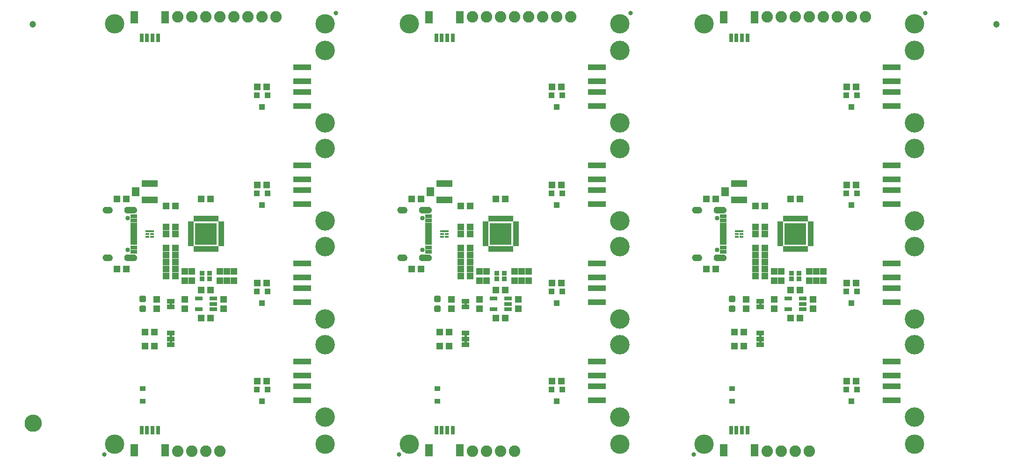
<source format=gts>
G04 EAGLE Gerber RS-274X export*
G75*
%MOMM*%
%FSLAX34Y34*%
%LPD*%
%INSoldermask Top*%
%IPPOS*%
%AMOC8*
5,1,8,0,0,1.08239X$1,22.5*%
G01*
%ADD10C,3.505200*%
%ADD11C,0.838200*%
%ADD12R,1.403200X2.203200*%
%ADD13R,0.803200X1.553200*%
%ADD14C,2.082800*%
%ADD15R,1.303200X1.203200*%
%ADD16R,1.203200X1.303200*%
%ADD17C,0.505344*%
%ADD18R,1.403200X0.753200*%
%ADD19R,1.203200X0.503200*%
%ADD20R,1.203200X0.803200*%
%ADD21C,0.853200*%
%ADD22R,0.813200X0.453200*%
%ADD23R,0.763200X0.453200*%
%ADD24R,1.473200X0.863600*%
%ADD25R,0.953200X0.903200*%
%ADD26R,1.103200X0.483200*%
%ADD27R,3.903200X3.903200*%
%ADD28R,0.483200X1.103200*%
%ADD29C,3.530600*%
%ADD30R,3.203200X1.103200*%
%ADD31R,3.003200X1.203200*%
%ADD32R,1.003200X1.103200*%
%ADD33R,1.473200X0.838200*%
%ADD34R,1.033200X0.833200*%
%ADD35C,1.203200*%
%ADD36C,1.270000*%
%ADD37C,1.703200*%

G36*
X1127104Y443554D02*
X1127104Y443554D01*
X1127107Y443551D01*
X1128229Y443706D01*
X1128234Y443711D01*
X1128238Y443708D01*
X1129309Y444079D01*
X1129313Y444085D01*
X1129318Y444083D01*
X1130295Y444656D01*
X1130298Y444662D01*
X1130303Y444661D01*
X1131150Y445414D01*
X1131152Y445421D01*
X1131157Y445421D01*
X1131841Y446324D01*
X1131841Y446331D01*
X1131846Y446332D01*
X1132341Y447351D01*
X1132339Y447358D01*
X1132344Y447360D01*
X1132631Y448457D01*
X1132629Y448461D01*
X1132631Y448462D01*
X1132629Y448464D01*
X1132632Y448466D01*
X1132699Y449597D01*
X1132697Y449601D01*
X1132699Y449603D01*
X1132632Y450734D01*
X1132627Y450739D01*
X1132631Y450743D01*
X1132344Y451840D01*
X1132338Y451844D01*
X1132341Y451849D01*
X1131846Y452868D01*
X1131840Y452871D01*
X1131841Y452876D01*
X1131157Y453779D01*
X1131150Y453781D01*
X1131150Y453786D01*
X1130303Y454539D01*
X1130296Y454539D01*
X1130295Y454544D01*
X1129318Y455117D01*
X1129311Y455116D01*
X1129309Y455121D01*
X1128238Y455492D01*
X1128232Y455489D01*
X1128229Y455494D01*
X1127107Y455649D01*
X1127102Y455646D01*
X1127100Y455649D01*
X1115100Y455649D01*
X1115095Y455646D01*
X1115092Y455649D01*
X1113825Y455444D01*
X1113819Y455438D01*
X1113815Y455441D01*
X1112625Y454959D01*
X1112621Y454952D01*
X1112615Y454954D01*
X1111562Y454220D01*
X1111560Y454212D01*
X1111554Y454213D01*
X1110691Y453263D01*
X1110690Y453254D01*
X1110685Y453254D01*
X1110055Y452135D01*
X1110056Y452127D01*
X1110050Y452125D01*
X1109685Y450895D01*
X1109688Y450887D01*
X1109683Y450884D01*
X1109601Y449603D01*
X1109604Y449599D01*
X1109601Y449597D01*
X1109683Y448316D01*
X1109689Y448310D01*
X1109685Y448305D01*
X1110050Y447075D01*
X1110057Y447070D01*
X1110055Y447065D01*
X1110685Y445946D01*
X1110692Y445943D01*
X1110691Y445937D01*
X1111554Y444987D01*
X1111562Y444986D01*
X1111562Y444980D01*
X1112615Y444246D01*
X1112623Y444246D01*
X1112625Y444241D01*
X1113815Y443759D01*
X1113822Y443761D01*
X1113825Y443756D01*
X1115092Y443551D01*
X1115097Y443554D01*
X1115100Y443551D01*
X1127100Y443551D01*
X1127104Y443554D01*
G37*
G36*
X593704Y443554D02*
X593704Y443554D01*
X593707Y443551D01*
X594829Y443706D01*
X594834Y443711D01*
X594838Y443708D01*
X595909Y444079D01*
X595913Y444085D01*
X595918Y444083D01*
X596895Y444656D01*
X596898Y444662D01*
X596903Y444661D01*
X597750Y445414D01*
X597752Y445421D01*
X597757Y445421D01*
X598441Y446324D01*
X598441Y446331D01*
X598446Y446332D01*
X598941Y447351D01*
X598939Y447358D01*
X598944Y447360D01*
X599231Y448457D01*
X599229Y448461D01*
X599231Y448462D01*
X599229Y448464D01*
X599232Y448466D01*
X599299Y449597D01*
X599297Y449601D01*
X599299Y449603D01*
X599232Y450734D01*
X599227Y450739D01*
X599231Y450743D01*
X598944Y451840D01*
X598938Y451844D01*
X598941Y451849D01*
X598446Y452868D01*
X598440Y452871D01*
X598441Y452876D01*
X597757Y453779D01*
X597750Y453781D01*
X597750Y453786D01*
X596903Y454539D01*
X596896Y454539D01*
X596895Y454544D01*
X595918Y455117D01*
X595911Y455116D01*
X595909Y455121D01*
X594838Y455492D01*
X594832Y455489D01*
X594829Y455494D01*
X593707Y455649D01*
X593702Y455646D01*
X593700Y455649D01*
X581700Y455649D01*
X581695Y455646D01*
X581692Y455649D01*
X580425Y455444D01*
X580419Y455438D01*
X580415Y455441D01*
X579225Y454959D01*
X579221Y454952D01*
X579215Y454954D01*
X578162Y454220D01*
X578160Y454212D01*
X578154Y454213D01*
X577291Y453263D01*
X577290Y453254D01*
X577285Y453254D01*
X576655Y452135D01*
X576656Y452127D01*
X576650Y452125D01*
X576285Y450895D01*
X576288Y450887D01*
X576283Y450884D01*
X576201Y449603D01*
X576204Y449599D01*
X576201Y449597D01*
X576283Y448316D01*
X576289Y448310D01*
X576285Y448305D01*
X576650Y447075D01*
X576657Y447070D01*
X576655Y447065D01*
X577285Y445946D01*
X577292Y445943D01*
X577291Y445937D01*
X578154Y444987D01*
X578162Y444986D01*
X578162Y444980D01*
X579215Y444246D01*
X579223Y444246D01*
X579225Y444241D01*
X580415Y443759D01*
X580422Y443761D01*
X580425Y443756D01*
X581692Y443551D01*
X581697Y443554D01*
X581700Y443551D01*
X593700Y443551D01*
X593704Y443554D01*
G37*
G36*
X60304Y443554D02*
X60304Y443554D01*
X60307Y443551D01*
X61429Y443706D01*
X61434Y443711D01*
X61438Y443708D01*
X62509Y444079D01*
X62513Y444085D01*
X62518Y444083D01*
X63495Y444656D01*
X63498Y444662D01*
X63503Y444661D01*
X64350Y445414D01*
X64352Y445421D01*
X64357Y445421D01*
X65041Y446324D01*
X65041Y446331D01*
X65046Y446332D01*
X65541Y447351D01*
X65539Y447358D01*
X65544Y447360D01*
X65831Y448457D01*
X65829Y448461D01*
X65831Y448462D01*
X65829Y448464D01*
X65832Y448466D01*
X65899Y449597D01*
X65897Y449601D01*
X65899Y449603D01*
X65832Y450734D01*
X65827Y450739D01*
X65831Y450743D01*
X65544Y451840D01*
X65538Y451844D01*
X65541Y451849D01*
X65046Y452868D01*
X65040Y452871D01*
X65041Y452876D01*
X64357Y453779D01*
X64350Y453781D01*
X64350Y453786D01*
X63503Y454539D01*
X63496Y454539D01*
X63495Y454544D01*
X62518Y455117D01*
X62511Y455116D01*
X62509Y455121D01*
X61438Y455492D01*
X61432Y455489D01*
X61429Y455494D01*
X60307Y455649D01*
X60302Y455646D01*
X60300Y455649D01*
X48300Y455649D01*
X48295Y455646D01*
X48292Y455649D01*
X47025Y455444D01*
X47019Y455438D01*
X47015Y455441D01*
X45825Y454959D01*
X45821Y454952D01*
X45815Y454954D01*
X44762Y454220D01*
X44760Y454212D01*
X44754Y454213D01*
X43891Y453263D01*
X43890Y453254D01*
X43885Y453254D01*
X43255Y452135D01*
X43256Y452127D01*
X43250Y452125D01*
X42885Y450895D01*
X42888Y450887D01*
X42883Y450884D01*
X42801Y449603D01*
X42804Y449599D01*
X42801Y449597D01*
X42883Y448316D01*
X42889Y448310D01*
X42885Y448305D01*
X43250Y447075D01*
X43257Y447070D01*
X43255Y447065D01*
X43885Y445946D01*
X43892Y445943D01*
X43891Y445937D01*
X44754Y444987D01*
X44762Y444986D01*
X44762Y444980D01*
X45815Y444246D01*
X45823Y444246D01*
X45825Y444241D01*
X47015Y443759D01*
X47022Y443761D01*
X47025Y443756D01*
X48292Y443551D01*
X48297Y443554D01*
X48300Y443551D01*
X60300Y443551D01*
X60304Y443554D01*
G37*
G36*
X593704Y357154D02*
X593704Y357154D01*
X593707Y357151D01*
X594829Y357306D01*
X594834Y357311D01*
X594838Y357308D01*
X595909Y357679D01*
X595913Y357685D01*
X595918Y357683D01*
X596895Y358256D01*
X596898Y358262D01*
X596903Y358261D01*
X597750Y359014D01*
X597752Y359021D01*
X597757Y359021D01*
X598441Y359924D01*
X598441Y359931D01*
X598446Y359932D01*
X598941Y360951D01*
X598939Y360958D01*
X598944Y360960D01*
X599231Y362057D01*
X599229Y362061D01*
X599231Y362062D01*
X599229Y362064D01*
X599232Y362066D01*
X599299Y363197D01*
X599297Y363201D01*
X599299Y363203D01*
X599232Y364334D01*
X599227Y364339D01*
X599231Y364343D01*
X598944Y365440D01*
X598938Y365444D01*
X598941Y365449D01*
X598446Y366468D01*
X598440Y366471D01*
X598441Y366476D01*
X597757Y367379D01*
X597750Y367381D01*
X597750Y367386D01*
X596903Y368139D01*
X596896Y368139D01*
X596895Y368144D01*
X595918Y368717D01*
X595911Y368716D01*
X595909Y368721D01*
X594838Y369092D01*
X594832Y369089D01*
X594829Y369094D01*
X593707Y369249D01*
X593702Y369246D01*
X593700Y369249D01*
X581700Y369249D01*
X581695Y369246D01*
X581692Y369249D01*
X580425Y369044D01*
X580419Y369038D01*
X580415Y369041D01*
X579225Y368559D01*
X579221Y368552D01*
X579215Y368554D01*
X578162Y367820D01*
X578160Y367812D01*
X578154Y367813D01*
X577291Y366863D01*
X577290Y366854D01*
X577285Y366854D01*
X576655Y365735D01*
X576656Y365727D01*
X576650Y365725D01*
X576285Y364495D01*
X576288Y364487D01*
X576283Y364484D01*
X576201Y363203D01*
X576204Y363199D01*
X576201Y363197D01*
X576283Y361916D01*
X576289Y361910D01*
X576285Y361905D01*
X576650Y360675D01*
X576657Y360670D01*
X576655Y360665D01*
X577285Y359546D01*
X577292Y359543D01*
X577291Y359537D01*
X578154Y358587D01*
X578162Y358586D01*
X578162Y358580D01*
X579215Y357846D01*
X579223Y357846D01*
X579225Y357841D01*
X580415Y357359D01*
X580422Y357361D01*
X580425Y357356D01*
X581692Y357151D01*
X581697Y357154D01*
X581700Y357151D01*
X593700Y357151D01*
X593704Y357154D01*
G37*
G36*
X1127104Y357154D02*
X1127104Y357154D01*
X1127107Y357151D01*
X1128229Y357306D01*
X1128234Y357311D01*
X1128238Y357308D01*
X1129309Y357679D01*
X1129313Y357685D01*
X1129318Y357683D01*
X1130295Y358256D01*
X1130298Y358262D01*
X1130303Y358261D01*
X1131150Y359014D01*
X1131152Y359021D01*
X1131157Y359021D01*
X1131841Y359924D01*
X1131841Y359931D01*
X1131846Y359932D01*
X1132341Y360951D01*
X1132339Y360958D01*
X1132344Y360960D01*
X1132631Y362057D01*
X1132629Y362061D01*
X1132631Y362062D01*
X1132629Y362064D01*
X1132632Y362066D01*
X1132699Y363197D01*
X1132697Y363201D01*
X1132699Y363203D01*
X1132632Y364334D01*
X1132627Y364339D01*
X1132631Y364343D01*
X1132344Y365440D01*
X1132338Y365444D01*
X1132341Y365449D01*
X1131846Y366468D01*
X1131840Y366471D01*
X1131841Y366476D01*
X1131157Y367379D01*
X1131150Y367381D01*
X1131150Y367386D01*
X1130303Y368139D01*
X1130296Y368139D01*
X1130295Y368144D01*
X1129318Y368717D01*
X1129311Y368716D01*
X1129309Y368721D01*
X1128238Y369092D01*
X1128232Y369089D01*
X1128229Y369094D01*
X1127107Y369249D01*
X1127102Y369246D01*
X1127100Y369249D01*
X1115100Y369249D01*
X1115095Y369246D01*
X1115092Y369249D01*
X1113825Y369044D01*
X1113819Y369038D01*
X1113815Y369041D01*
X1112625Y368559D01*
X1112621Y368552D01*
X1112615Y368554D01*
X1111562Y367820D01*
X1111560Y367812D01*
X1111554Y367813D01*
X1110691Y366863D01*
X1110690Y366854D01*
X1110685Y366854D01*
X1110055Y365735D01*
X1110056Y365727D01*
X1110050Y365725D01*
X1109685Y364495D01*
X1109688Y364487D01*
X1109683Y364484D01*
X1109601Y363203D01*
X1109604Y363199D01*
X1109601Y363197D01*
X1109683Y361916D01*
X1109689Y361910D01*
X1109685Y361905D01*
X1110050Y360675D01*
X1110057Y360670D01*
X1110055Y360665D01*
X1110685Y359546D01*
X1110692Y359543D01*
X1110691Y359537D01*
X1111554Y358587D01*
X1111562Y358586D01*
X1111562Y358580D01*
X1112615Y357846D01*
X1112623Y357846D01*
X1112625Y357841D01*
X1113815Y357359D01*
X1113822Y357361D01*
X1113825Y357356D01*
X1115092Y357151D01*
X1115097Y357154D01*
X1115100Y357151D01*
X1127100Y357151D01*
X1127104Y357154D01*
G37*
G36*
X60304Y357154D02*
X60304Y357154D01*
X60307Y357151D01*
X61429Y357306D01*
X61434Y357311D01*
X61438Y357308D01*
X62509Y357679D01*
X62513Y357685D01*
X62518Y357683D01*
X63495Y358256D01*
X63498Y358262D01*
X63503Y358261D01*
X64350Y359014D01*
X64352Y359021D01*
X64357Y359021D01*
X65041Y359924D01*
X65041Y359931D01*
X65046Y359932D01*
X65541Y360951D01*
X65539Y360958D01*
X65544Y360960D01*
X65831Y362057D01*
X65829Y362061D01*
X65831Y362062D01*
X65829Y362064D01*
X65832Y362066D01*
X65899Y363197D01*
X65897Y363201D01*
X65899Y363203D01*
X65832Y364334D01*
X65827Y364339D01*
X65831Y364343D01*
X65544Y365440D01*
X65538Y365444D01*
X65541Y365449D01*
X65046Y366468D01*
X65040Y366471D01*
X65041Y366476D01*
X64357Y367379D01*
X64350Y367381D01*
X64350Y367386D01*
X63503Y368139D01*
X63496Y368139D01*
X63495Y368144D01*
X62518Y368717D01*
X62511Y368716D01*
X62509Y368721D01*
X61438Y369092D01*
X61432Y369089D01*
X61429Y369094D01*
X60307Y369249D01*
X60302Y369246D01*
X60300Y369249D01*
X48300Y369249D01*
X48295Y369246D01*
X48292Y369249D01*
X47025Y369044D01*
X47019Y369038D01*
X47015Y369041D01*
X45825Y368559D01*
X45821Y368552D01*
X45815Y368554D01*
X44762Y367820D01*
X44760Y367812D01*
X44754Y367813D01*
X43891Y366863D01*
X43890Y366854D01*
X43885Y366854D01*
X43255Y365735D01*
X43256Y365727D01*
X43250Y365725D01*
X42885Y364495D01*
X42888Y364487D01*
X42883Y364484D01*
X42801Y363203D01*
X42804Y363199D01*
X42801Y363197D01*
X42883Y361916D01*
X42889Y361910D01*
X42885Y361905D01*
X43250Y360675D01*
X43257Y360670D01*
X43255Y360665D01*
X43885Y359546D01*
X43892Y359543D01*
X43891Y359537D01*
X44754Y358587D01*
X44762Y358586D01*
X44762Y358580D01*
X45815Y357846D01*
X45823Y357846D01*
X45825Y357841D01*
X47015Y357359D01*
X47022Y357361D01*
X47025Y357356D01*
X48292Y357151D01*
X48297Y357154D01*
X48300Y357151D01*
X60300Y357151D01*
X60304Y357154D01*
G37*
G36*
X15503Y443553D02*
X15503Y443553D01*
X15505Y443551D01*
X16681Y443662D01*
X16686Y443667D01*
X16690Y443664D01*
X17822Y444002D01*
X17826Y444008D01*
X17831Y444006D01*
X18875Y444558D01*
X18878Y444565D01*
X18883Y444563D01*
X19799Y445309D01*
X19800Y445316D01*
X19806Y445316D01*
X20559Y446226D01*
X20559Y446233D01*
X20564Y446234D01*
X21125Y447273D01*
X21124Y447278D01*
X21128Y447280D01*
X21127Y447281D01*
X21129Y447282D01*
X21476Y448411D01*
X21476Y448412D01*
X21477Y448413D01*
X21474Y448417D01*
X21478Y448420D01*
X21599Y449595D01*
X21595Y449602D01*
X21599Y449606D01*
X21442Y450946D01*
X21437Y450952D01*
X21440Y450957D01*
X20989Y452228D01*
X20982Y452233D01*
X20984Y452238D01*
X20262Y453377D01*
X20254Y453380D01*
X20255Y453386D01*
X19297Y454336D01*
X19289Y454337D01*
X19288Y454343D01*
X18143Y455056D01*
X18135Y455055D01*
X18133Y455061D01*
X16857Y455501D01*
X16850Y455499D01*
X16847Y455503D01*
X15505Y455649D01*
X15502Y455647D01*
X15500Y455649D01*
X9500Y455649D01*
X9497Y455647D01*
X9494Y455649D01*
X8165Y455494D01*
X8159Y455488D01*
X8155Y455491D01*
X6894Y455044D01*
X6889Y455037D01*
X6884Y455039D01*
X5754Y454322D01*
X5751Y454315D01*
X5745Y454316D01*
X4803Y453366D01*
X4802Y453357D01*
X4796Y453357D01*
X4089Y452221D01*
X4090Y452213D01*
X4084Y452211D01*
X3648Y450946D01*
X3650Y450938D01*
X3645Y450936D01*
X3501Y449605D01*
X3505Y449599D01*
X3501Y449595D01*
X3611Y448429D01*
X3616Y448424D01*
X3613Y448420D01*
X3948Y447297D01*
X3954Y447293D01*
X3952Y447289D01*
X4500Y446253D01*
X4506Y446250D01*
X4505Y446245D01*
X5244Y445337D01*
X5251Y445335D01*
X5251Y445330D01*
X6153Y444583D01*
X6161Y444583D01*
X6161Y444578D01*
X7192Y444021D01*
X7199Y444022D01*
X7201Y444017D01*
X8320Y443673D01*
X8327Y443675D01*
X8330Y443671D01*
X9495Y443551D01*
X9498Y443553D01*
X9500Y443551D01*
X15500Y443551D01*
X15503Y443553D01*
G37*
G36*
X1082303Y443553D02*
X1082303Y443553D01*
X1082305Y443551D01*
X1083481Y443662D01*
X1083486Y443667D01*
X1083490Y443664D01*
X1084622Y444002D01*
X1084626Y444008D01*
X1084631Y444006D01*
X1085675Y444558D01*
X1085678Y444565D01*
X1085683Y444563D01*
X1086599Y445309D01*
X1086600Y445316D01*
X1086606Y445316D01*
X1087359Y446226D01*
X1087359Y446233D01*
X1087364Y446234D01*
X1087925Y447273D01*
X1087924Y447278D01*
X1087928Y447280D01*
X1087927Y447281D01*
X1087929Y447282D01*
X1088276Y448411D01*
X1088276Y448412D01*
X1088277Y448413D01*
X1088274Y448417D01*
X1088278Y448420D01*
X1088399Y449595D01*
X1088395Y449602D01*
X1088399Y449606D01*
X1088242Y450946D01*
X1088237Y450952D01*
X1088240Y450957D01*
X1087789Y452228D01*
X1087782Y452233D01*
X1087784Y452238D01*
X1087062Y453377D01*
X1087054Y453380D01*
X1087055Y453386D01*
X1086097Y454336D01*
X1086089Y454337D01*
X1086088Y454343D01*
X1084943Y455056D01*
X1084935Y455055D01*
X1084933Y455061D01*
X1083657Y455501D01*
X1083650Y455499D01*
X1083647Y455503D01*
X1082305Y455649D01*
X1082302Y455647D01*
X1082300Y455649D01*
X1076300Y455649D01*
X1076297Y455647D01*
X1076294Y455649D01*
X1074965Y455494D01*
X1074959Y455488D01*
X1074955Y455491D01*
X1073694Y455044D01*
X1073689Y455037D01*
X1073684Y455039D01*
X1072554Y454322D01*
X1072551Y454315D01*
X1072545Y454316D01*
X1071603Y453366D01*
X1071602Y453357D01*
X1071596Y453357D01*
X1070889Y452221D01*
X1070890Y452213D01*
X1070884Y452211D01*
X1070448Y450946D01*
X1070450Y450938D01*
X1070445Y450936D01*
X1070301Y449605D01*
X1070305Y449599D01*
X1070301Y449595D01*
X1070411Y448429D01*
X1070416Y448424D01*
X1070413Y448420D01*
X1070748Y447297D01*
X1070754Y447293D01*
X1070752Y447289D01*
X1071300Y446253D01*
X1071306Y446250D01*
X1071305Y446245D01*
X1072044Y445337D01*
X1072051Y445335D01*
X1072051Y445330D01*
X1072953Y444583D01*
X1072961Y444583D01*
X1072961Y444578D01*
X1073992Y444021D01*
X1073999Y444022D01*
X1074001Y444017D01*
X1075120Y443673D01*
X1075127Y443675D01*
X1075130Y443671D01*
X1076295Y443551D01*
X1076298Y443553D01*
X1076300Y443551D01*
X1082300Y443551D01*
X1082303Y443553D01*
G37*
G36*
X548903Y443553D02*
X548903Y443553D01*
X548905Y443551D01*
X550081Y443662D01*
X550086Y443667D01*
X550090Y443664D01*
X551222Y444002D01*
X551226Y444008D01*
X551231Y444006D01*
X552275Y444558D01*
X552278Y444565D01*
X552283Y444563D01*
X553199Y445309D01*
X553200Y445316D01*
X553206Y445316D01*
X553959Y446226D01*
X553959Y446233D01*
X553964Y446234D01*
X554525Y447273D01*
X554524Y447278D01*
X554528Y447280D01*
X554527Y447281D01*
X554529Y447282D01*
X554876Y448411D01*
X554876Y448412D01*
X554877Y448413D01*
X554874Y448417D01*
X554878Y448420D01*
X554999Y449595D01*
X554995Y449602D01*
X554999Y449606D01*
X554842Y450946D01*
X554837Y450952D01*
X554840Y450957D01*
X554389Y452228D01*
X554382Y452233D01*
X554384Y452238D01*
X553662Y453377D01*
X553654Y453380D01*
X553655Y453386D01*
X552697Y454336D01*
X552689Y454337D01*
X552688Y454343D01*
X551543Y455056D01*
X551535Y455055D01*
X551533Y455061D01*
X550257Y455501D01*
X550250Y455499D01*
X550247Y455503D01*
X548905Y455649D01*
X548902Y455647D01*
X548900Y455649D01*
X542900Y455649D01*
X542897Y455647D01*
X542894Y455649D01*
X541565Y455494D01*
X541559Y455488D01*
X541555Y455491D01*
X540294Y455044D01*
X540289Y455037D01*
X540284Y455039D01*
X539154Y454322D01*
X539151Y454315D01*
X539145Y454316D01*
X538203Y453366D01*
X538202Y453357D01*
X538196Y453357D01*
X537489Y452221D01*
X537490Y452213D01*
X537484Y452211D01*
X537048Y450946D01*
X537050Y450938D01*
X537045Y450936D01*
X536901Y449605D01*
X536905Y449599D01*
X536901Y449595D01*
X537011Y448429D01*
X537016Y448424D01*
X537013Y448420D01*
X537348Y447297D01*
X537354Y447293D01*
X537352Y447289D01*
X537900Y446253D01*
X537906Y446250D01*
X537905Y446245D01*
X538644Y445337D01*
X538651Y445335D01*
X538651Y445330D01*
X539553Y444583D01*
X539561Y444583D01*
X539561Y444578D01*
X540592Y444021D01*
X540599Y444022D01*
X540601Y444017D01*
X541720Y443673D01*
X541727Y443675D01*
X541730Y443671D01*
X542895Y443551D01*
X542898Y443553D01*
X542900Y443551D01*
X548900Y443551D01*
X548903Y443553D01*
G37*
G36*
X15503Y357153D02*
X15503Y357153D01*
X15505Y357151D01*
X16681Y357262D01*
X16686Y357267D01*
X16690Y357264D01*
X17822Y357602D01*
X17826Y357608D01*
X17831Y357606D01*
X18875Y358158D01*
X18878Y358165D01*
X18883Y358163D01*
X19799Y358909D01*
X19800Y358916D01*
X19806Y358916D01*
X20559Y359826D01*
X20559Y359833D01*
X20564Y359834D01*
X21125Y360873D01*
X21124Y360878D01*
X21128Y360880D01*
X21127Y360881D01*
X21129Y360882D01*
X21476Y362011D01*
X21476Y362012D01*
X21477Y362013D01*
X21474Y362017D01*
X21478Y362020D01*
X21599Y363195D01*
X21595Y363202D01*
X21599Y363206D01*
X21442Y364546D01*
X21437Y364552D01*
X21440Y364557D01*
X20989Y365828D01*
X20982Y365833D01*
X20984Y365838D01*
X20262Y366977D01*
X20254Y366980D01*
X20255Y366986D01*
X19297Y367936D01*
X19289Y367937D01*
X19288Y367943D01*
X18143Y368656D01*
X18135Y368655D01*
X18133Y368661D01*
X16857Y369101D01*
X16850Y369099D01*
X16847Y369103D01*
X15505Y369249D01*
X15502Y369247D01*
X15500Y369249D01*
X9500Y369249D01*
X9497Y369247D01*
X9494Y369249D01*
X8165Y369094D01*
X8159Y369088D01*
X8155Y369091D01*
X6894Y368644D01*
X6889Y368637D01*
X6884Y368639D01*
X5754Y367922D01*
X5751Y367915D01*
X5745Y367916D01*
X4803Y366966D01*
X4802Y366957D01*
X4796Y366957D01*
X4089Y365821D01*
X4090Y365813D01*
X4084Y365811D01*
X3648Y364546D01*
X3650Y364538D01*
X3645Y364536D01*
X3501Y363205D01*
X3505Y363199D01*
X3501Y363195D01*
X3611Y362029D01*
X3616Y362024D01*
X3613Y362020D01*
X3948Y360897D01*
X3954Y360893D01*
X3952Y360889D01*
X4500Y359853D01*
X4506Y359850D01*
X4505Y359845D01*
X5244Y358937D01*
X5251Y358935D01*
X5251Y358930D01*
X6153Y358183D01*
X6161Y358183D01*
X6161Y358178D01*
X7192Y357621D01*
X7199Y357622D01*
X7201Y357617D01*
X8320Y357273D01*
X8327Y357275D01*
X8330Y357271D01*
X9495Y357151D01*
X9498Y357153D01*
X9500Y357151D01*
X15500Y357151D01*
X15503Y357153D01*
G37*
G36*
X1082303Y357153D02*
X1082303Y357153D01*
X1082305Y357151D01*
X1083481Y357262D01*
X1083486Y357267D01*
X1083490Y357264D01*
X1084622Y357602D01*
X1084626Y357608D01*
X1084631Y357606D01*
X1085675Y358158D01*
X1085678Y358165D01*
X1085683Y358163D01*
X1086599Y358909D01*
X1086600Y358916D01*
X1086606Y358916D01*
X1087359Y359826D01*
X1087359Y359833D01*
X1087364Y359834D01*
X1087925Y360873D01*
X1087924Y360878D01*
X1087928Y360880D01*
X1087927Y360881D01*
X1087929Y360882D01*
X1088276Y362011D01*
X1088276Y362012D01*
X1088277Y362013D01*
X1088274Y362017D01*
X1088278Y362020D01*
X1088399Y363195D01*
X1088395Y363202D01*
X1088399Y363206D01*
X1088242Y364546D01*
X1088237Y364552D01*
X1088240Y364557D01*
X1087789Y365828D01*
X1087782Y365833D01*
X1087784Y365838D01*
X1087062Y366977D01*
X1087054Y366980D01*
X1087055Y366986D01*
X1086097Y367936D01*
X1086089Y367937D01*
X1086088Y367943D01*
X1084943Y368656D01*
X1084935Y368655D01*
X1084933Y368661D01*
X1083657Y369101D01*
X1083650Y369099D01*
X1083647Y369103D01*
X1082305Y369249D01*
X1082302Y369247D01*
X1082300Y369249D01*
X1076300Y369249D01*
X1076297Y369247D01*
X1076294Y369249D01*
X1074965Y369094D01*
X1074959Y369088D01*
X1074955Y369091D01*
X1073694Y368644D01*
X1073689Y368637D01*
X1073684Y368639D01*
X1072554Y367922D01*
X1072551Y367915D01*
X1072545Y367916D01*
X1071603Y366966D01*
X1071602Y366957D01*
X1071596Y366957D01*
X1070889Y365821D01*
X1070890Y365813D01*
X1070884Y365811D01*
X1070448Y364546D01*
X1070450Y364538D01*
X1070445Y364536D01*
X1070301Y363205D01*
X1070305Y363199D01*
X1070301Y363195D01*
X1070411Y362029D01*
X1070416Y362024D01*
X1070413Y362020D01*
X1070748Y360897D01*
X1070754Y360893D01*
X1070752Y360889D01*
X1071300Y359853D01*
X1071306Y359850D01*
X1071305Y359845D01*
X1072044Y358937D01*
X1072051Y358935D01*
X1072051Y358930D01*
X1072953Y358183D01*
X1072961Y358183D01*
X1072961Y358178D01*
X1073992Y357621D01*
X1073999Y357622D01*
X1074001Y357617D01*
X1075120Y357273D01*
X1075127Y357275D01*
X1075130Y357271D01*
X1076295Y357151D01*
X1076298Y357153D01*
X1076300Y357151D01*
X1082300Y357151D01*
X1082303Y357153D01*
G37*
G36*
X548903Y357153D02*
X548903Y357153D01*
X548905Y357151D01*
X550081Y357262D01*
X550086Y357267D01*
X550090Y357264D01*
X551222Y357602D01*
X551226Y357608D01*
X551231Y357606D01*
X552275Y358158D01*
X552278Y358165D01*
X552283Y358163D01*
X553199Y358909D01*
X553200Y358916D01*
X553206Y358916D01*
X553959Y359826D01*
X553959Y359833D01*
X553964Y359834D01*
X554525Y360873D01*
X554524Y360878D01*
X554528Y360880D01*
X554527Y360881D01*
X554529Y360882D01*
X554876Y362011D01*
X554876Y362012D01*
X554877Y362013D01*
X554874Y362017D01*
X554878Y362020D01*
X554999Y363195D01*
X554995Y363202D01*
X554999Y363206D01*
X554842Y364546D01*
X554837Y364552D01*
X554840Y364557D01*
X554389Y365828D01*
X554382Y365833D01*
X554384Y365838D01*
X553662Y366977D01*
X553654Y366980D01*
X553655Y366986D01*
X552697Y367936D01*
X552689Y367937D01*
X552688Y367943D01*
X551543Y368656D01*
X551535Y368655D01*
X551533Y368661D01*
X550257Y369101D01*
X550250Y369099D01*
X550247Y369103D01*
X548905Y369249D01*
X548902Y369247D01*
X548900Y369249D01*
X542900Y369249D01*
X542897Y369247D01*
X542894Y369249D01*
X541565Y369094D01*
X541559Y369088D01*
X541555Y369091D01*
X540294Y368644D01*
X540289Y368637D01*
X540284Y368639D01*
X539154Y367922D01*
X539151Y367915D01*
X539145Y367916D01*
X538203Y366966D01*
X538202Y366957D01*
X538196Y366957D01*
X537489Y365821D01*
X537490Y365813D01*
X537484Y365811D01*
X537048Y364546D01*
X537050Y364538D01*
X537045Y364536D01*
X536901Y363205D01*
X536905Y363199D01*
X536901Y363195D01*
X537011Y362029D01*
X537016Y362024D01*
X537013Y362020D01*
X537348Y360897D01*
X537354Y360893D01*
X537352Y360889D01*
X537900Y359853D01*
X537906Y359850D01*
X537905Y359845D01*
X538644Y358937D01*
X538651Y358935D01*
X538651Y358930D01*
X539553Y358183D01*
X539561Y358183D01*
X539561Y358178D01*
X540592Y357621D01*
X540599Y357622D01*
X540601Y357617D01*
X541720Y357273D01*
X541727Y357275D01*
X541730Y357271D01*
X542895Y357151D01*
X542898Y357153D01*
X542900Y357151D01*
X548900Y357151D01*
X548903Y357153D01*
G37*
G36*
X661735Y276872D02*
X661735Y276872D01*
X661801Y276874D01*
X661844Y276892D01*
X661891Y276900D01*
X661948Y276934D01*
X662008Y276959D01*
X662043Y276990D01*
X662084Y277015D01*
X662126Y277066D01*
X662174Y277110D01*
X662196Y277152D01*
X662225Y277189D01*
X662246Y277251D01*
X662277Y277310D01*
X662285Y277364D01*
X662297Y277401D01*
X662296Y277441D01*
X662304Y277495D01*
X662304Y281305D01*
X662293Y281370D01*
X662291Y281436D01*
X662273Y281479D01*
X662265Y281526D01*
X662231Y281583D01*
X662206Y281643D01*
X662175Y281678D01*
X662150Y281719D01*
X662099Y281761D01*
X662055Y281809D01*
X662013Y281831D01*
X661976Y281860D01*
X661914Y281881D01*
X661855Y281912D01*
X661801Y281920D01*
X661764Y281932D01*
X661724Y281931D01*
X661670Y281939D01*
X659130Y281939D01*
X659065Y281928D01*
X658999Y281926D01*
X658956Y281908D01*
X658909Y281900D01*
X658852Y281866D01*
X658792Y281841D01*
X658757Y281810D01*
X658716Y281785D01*
X658675Y281734D01*
X658626Y281690D01*
X658604Y281648D01*
X658575Y281611D01*
X658554Y281549D01*
X658523Y281490D01*
X658515Y281436D01*
X658503Y281399D01*
X658503Y281395D01*
X658503Y281394D01*
X658504Y281359D01*
X658496Y281305D01*
X658496Y277495D01*
X658507Y277430D01*
X658509Y277364D01*
X658527Y277321D01*
X658535Y277274D01*
X658569Y277217D01*
X658594Y277157D01*
X658625Y277122D01*
X658650Y277081D01*
X658701Y277040D01*
X658745Y276991D01*
X658787Y276969D01*
X658824Y276940D01*
X658886Y276919D01*
X658945Y276888D01*
X658999Y276880D01*
X659036Y276868D01*
X659076Y276869D01*
X659130Y276861D01*
X661670Y276861D01*
X661735Y276872D01*
G37*
G36*
X128335Y276872D02*
X128335Y276872D01*
X128401Y276874D01*
X128444Y276892D01*
X128491Y276900D01*
X128548Y276934D01*
X128608Y276959D01*
X128643Y276990D01*
X128684Y277015D01*
X128726Y277066D01*
X128774Y277110D01*
X128796Y277152D01*
X128825Y277189D01*
X128846Y277251D01*
X128877Y277310D01*
X128885Y277364D01*
X128897Y277401D01*
X128896Y277441D01*
X128904Y277495D01*
X128904Y281305D01*
X128893Y281370D01*
X128891Y281436D01*
X128873Y281479D01*
X128865Y281526D01*
X128831Y281583D01*
X128806Y281643D01*
X128775Y281678D01*
X128750Y281719D01*
X128699Y281761D01*
X128655Y281809D01*
X128613Y281831D01*
X128576Y281860D01*
X128514Y281881D01*
X128455Y281912D01*
X128401Y281920D01*
X128364Y281932D01*
X128324Y281931D01*
X128270Y281939D01*
X125730Y281939D01*
X125665Y281928D01*
X125599Y281926D01*
X125556Y281908D01*
X125509Y281900D01*
X125452Y281866D01*
X125392Y281841D01*
X125357Y281810D01*
X125316Y281785D01*
X125275Y281734D01*
X125226Y281690D01*
X125204Y281648D01*
X125175Y281611D01*
X125154Y281549D01*
X125123Y281490D01*
X125115Y281436D01*
X125103Y281399D01*
X125103Y281395D01*
X125103Y281394D01*
X125104Y281359D01*
X125096Y281305D01*
X125096Y277495D01*
X125107Y277430D01*
X125109Y277364D01*
X125127Y277321D01*
X125135Y277274D01*
X125169Y277217D01*
X125194Y277157D01*
X125225Y277122D01*
X125250Y277081D01*
X125301Y277040D01*
X125345Y276991D01*
X125387Y276969D01*
X125424Y276940D01*
X125486Y276919D01*
X125545Y276888D01*
X125599Y276880D01*
X125636Y276868D01*
X125676Y276869D01*
X125730Y276861D01*
X128270Y276861D01*
X128335Y276872D01*
G37*
G36*
X1195135Y276872D02*
X1195135Y276872D01*
X1195201Y276874D01*
X1195244Y276892D01*
X1195291Y276900D01*
X1195348Y276934D01*
X1195408Y276959D01*
X1195443Y276990D01*
X1195484Y277015D01*
X1195526Y277066D01*
X1195574Y277110D01*
X1195596Y277152D01*
X1195625Y277189D01*
X1195646Y277251D01*
X1195677Y277310D01*
X1195685Y277364D01*
X1195697Y277401D01*
X1195696Y277441D01*
X1195704Y277495D01*
X1195704Y281305D01*
X1195693Y281370D01*
X1195691Y281436D01*
X1195673Y281479D01*
X1195665Y281526D01*
X1195631Y281583D01*
X1195606Y281643D01*
X1195575Y281678D01*
X1195550Y281719D01*
X1195499Y281761D01*
X1195455Y281809D01*
X1195413Y281831D01*
X1195376Y281860D01*
X1195314Y281881D01*
X1195255Y281912D01*
X1195201Y281920D01*
X1195164Y281932D01*
X1195124Y281931D01*
X1195070Y281939D01*
X1192530Y281939D01*
X1192465Y281928D01*
X1192399Y281926D01*
X1192356Y281908D01*
X1192309Y281900D01*
X1192252Y281866D01*
X1192192Y281841D01*
X1192157Y281810D01*
X1192116Y281785D01*
X1192075Y281734D01*
X1192026Y281690D01*
X1192004Y281648D01*
X1191975Y281611D01*
X1191954Y281549D01*
X1191923Y281490D01*
X1191915Y281436D01*
X1191903Y281399D01*
X1191903Y281395D01*
X1191903Y281394D01*
X1191904Y281359D01*
X1191896Y281305D01*
X1191896Y277495D01*
X1191907Y277430D01*
X1191909Y277364D01*
X1191927Y277321D01*
X1191935Y277274D01*
X1191969Y277217D01*
X1191994Y277157D01*
X1192025Y277122D01*
X1192050Y277081D01*
X1192101Y277040D01*
X1192145Y276991D01*
X1192187Y276969D01*
X1192224Y276940D01*
X1192286Y276919D01*
X1192345Y276888D01*
X1192399Y276880D01*
X1192436Y276868D01*
X1192476Y276869D01*
X1192530Y276861D01*
X1195070Y276861D01*
X1195135Y276872D01*
G37*
G36*
X661735Y218452D02*
X661735Y218452D01*
X661801Y218454D01*
X661844Y218472D01*
X661891Y218480D01*
X661948Y218514D01*
X662008Y218539D01*
X662043Y218570D01*
X662084Y218595D01*
X662126Y218646D01*
X662174Y218690D01*
X662196Y218732D01*
X662225Y218769D01*
X662246Y218831D01*
X662277Y218890D01*
X662285Y218944D01*
X662297Y218981D01*
X662296Y219021D01*
X662304Y219075D01*
X662304Y222885D01*
X662293Y222950D01*
X662291Y223016D01*
X662273Y223059D01*
X662265Y223106D01*
X662231Y223163D01*
X662206Y223223D01*
X662175Y223258D01*
X662150Y223299D01*
X662099Y223341D01*
X662055Y223389D01*
X662013Y223411D01*
X661976Y223440D01*
X661914Y223461D01*
X661855Y223492D01*
X661801Y223500D01*
X661764Y223512D01*
X661724Y223511D01*
X661670Y223519D01*
X659130Y223519D01*
X659065Y223508D01*
X658999Y223506D01*
X658956Y223488D01*
X658909Y223480D01*
X658852Y223446D01*
X658792Y223421D01*
X658757Y223390D01*
X658716Y223365D01*
X658675Y223314D01*
X658626Y223270D01*
X658604Y223228D01*
X658575Y223191D01*
X658554Y223129D01*
X658523Y223070D01*
X658515Y223016D01*
X658503Y222979D01*
X658503Y222975D01*
X658503Y222974D01*
X658504Y222939D01*
X658496Y222885D01*
X658496Y219075D01*
X658507Y219010D01*
X658509Y218944D01*
X658527Y218901D01*
X658535Y218854D01*
X658569Y218797D01*
X658594Y218737D01*
X658625Y218702D01*
X658650Y218661D01*
X658701Y218620D01*
X658745Y218571D01*
X658787Y218549D01*
X658824Y218520D01*
X658886Y218499D01*
X658945Y218468D01*
X658999Y218460D01*
X659036Y218448D01*
X659076Y218449D01*
X659130Y218441D01*
X661670Y218441D01*
X661735Y218452D01*
G37*
G36*
X1195135Y218452D02*
X1195135Y218452D01*
X1195201Y218454D01*
X1195244Y218472D01*
X1195291Y218480D01*
X1195348Y218514D01*
X1195408Y218539D01*
X1195443Y218570D01*
X1195484Y218595D01*
X1195526Y218646D01*
X1195574Y218690D01*
X1195596Y218732D01*
X1195625Y218769D01*
X1195646Y218831D01*
X1195677Y218890D01*
X1195685Y218944D01*
X1195697Y218981D01*
X1195696Y219021D01*
X1195704Y219075D01*
X1195704Y222885D01*
X1195693Y222950D01*
X1195691Y223016D01*
X1195673Y223059D01*
X1195665Y223106D01*
X1195631Y223163D01*
X1195606Y223223D01*
X1195575Y223258D01*
X1195550Y223299D01*
X1195499Y223341D01*
X1195455Y223389D01*
X1195413Y223411D01*
X1195376Y223440D01*
X1195314Y223461D01*
X1195255Y223492D01*
X1195201Y223500D01*
X1195164Y223512D01*
X1195124Y223511D01*
X1195070Y223519D01*
X1192530Y223519D01*
X1192465Y223508D01*
X1192399Y223506D01*
X1192356Y223488D01*
X1192309Y223480D01*
X1192252Y223446D01*
X1192192Y223421D01*
X1192157Y223390D01*
X1192116Y223365D01*
X1192075Y223314D01*
X1192026Y223270D01*
X1192004Y223228D01*
X1191975Y223191D01*
X1191954Y223129D01*
X1191923Y223070D01*
X1191915Y223016D01*
X1191903Y222979D01*
X1191903Y222975D01*
X1191903Y222974D01*
X1191904Y222939D01*
X1191896Y222885D01*
X1191896Y219075D01*
X1191907Y219010D01*
X1191909Y218944D01*
X1191927Y218901D01*
X1191935Y218854D01*
X1191969Y218797D01*
X1191994Y218737D01*
X1192025Y218702D01*
X1192050Y218661D01*
X1192101Y218620D01*
X1192145Y218571D01*
X1192187Y218549D01*
X1192224Y218520D01*
X1192286Y218499D01*
X1192345Y218468D01*
X1192399Y218460D01*
X1192436Y218448D01*
X1192476Y218449D01*
X1192530Y218441D01*
X1195070Y218441D01*
X1195135Y218452D01*
G37*
G36*
X128335Y218452D02*
X128335Y218452D01*
X128401Y218454D01*
X128444Y218472D01*
X128491Y218480D01*
X128548Y218514D01*
X128608Y218539D01*
X128643Y218570D01*
X128684Y218595D01*
X128726Y218646D01*
X128774Y218690D01*
X128796Y218732D01*
X128825Y218769D01*
X128846Y218831D01*
X128877Y218890D01*
X128885Y218944D01*
X128897Y218981D01*
X128896Y219021D01*
X128904Y219075D01*
X128904Y222885D01*
X128893Y222950D01*
X128891Y223016D01*
X128873Y223059D01*
X128865Y223106D01*
X128831Y223163D01*
X128806Y223223D01*
X128775Y223258D01*
X128750Y223299D01*
X128699Y223341D01*
X128655Y223389D01*
X128613Y223411D01*
X128576Y223440D01*
X128514Y223461D01*
X128455Y223492D01*
X128401Y223500D01*
X128364Y223512D01*
X128324Y223511D01*
X128270Y223519D01*
X125730Y223519D01*
X125665Y223508D01*
X125599Y223506D01*
X125556Y223488D01*
X125509Y223480D01*
X125452Y223446D01*
X125392Y223421D01*
X125357Y223390D01*
X125316Y223365D01*
X125275Y223314D01*
X125226Y223270D01*
X125204Y223228D01*
X125175Y223191D01*
X125154Y223129D01*
X125123Y223070D01*
X125115Y223016D01*
X125103Y222979D01*
X125103Y222975D01*
X125103Y222974D01*
X125104Y222939D01*
X125096Y222885D01*
X125096Y219075D01*
X125107Y219010D01*
X125109Y218944D01*
X125127Y218901D01*
X125135Y218854D01*
X125169Y218797D01*
X125194Y218737D01*
X125225Y218702D01*
X125250Y218661D01*
X125301Y218620D01*
X125345Y218571D01*
X125387Y218549D01*
X125424Y218520D01*
X125486Y218499D01*
X125545Y218468D01*
X125599Y218460D01*
X125636Y218448D01*
X125676Y218449D01*
X125730Y218441D01*
X128270Y218441D01*
X128335Y218452D01*
G37*
G36*
X128335Y208292D02*
X128335Y208292D01*
X128401Y208294D01*
X128444Y208312D01*
X128491Y208320D01*
X128548Y208354D01*
X128608Y208379D01*
X128643Y208410D01*
X128684Y208435D01*
X128726Y208486D01*
X128774Y208530D01*
X128796Y208572D01*
X128825Y208609D01*
X128846Y208671D01*
X128877Y208730D01*
X128885Y208784D01*
X128897Y208821D01*
X128896Y208861D01*
X128904Y208915D01*
X128904Y212725D01*
X128893Y212790D01*
X128891Y212856D01*
X128873Y212899D01*
X128865Y212946D01*
X128831Y213003D01*
X128806Y213063D01*
X128775Y213098D01*
X128750Y213139D01*
X128699Y213181D01*
X128655Y213229D01*
X128613Y213251D01*
X128576Y213280D01*
X128514Y213301D01*
X128455Y213332D01*
X128401Y213340D01*
X128364Y213352D01*
X128324Y213351D01*
X128270Y213359D01*
X125730Y213359D01*
X125665Y213348D01*
X125599Y213346D01*
X125556Y213328D01*
X125509Y213320D01*
X125452Y213286D01*
X125392Y213261D01*
X125357Y213230D01*
X125316Y213205D01*
X125275Y213154D01*
X125226Y213110D01*
X125204Y213068D01*
X125175Y213031D01*
X125154Y212969D01*
X125123Y212910D01*
X125115Y212856D01*
X125103Y212819D01*
X125103Y212815D01*
X125103Y212814D01*
X125104Y212779D01*
X125096Y212725D01*
X125096Y208915D01*
X125107Y208850D01*
X125109Y208784D01*
X125127Y208741D01*
X125135Y208694D01*
X125169Y208637D01*
X125194Y208577D01*
X125225Y208542D01*
X125250Y208501D01*
X125301Y208460D01*
X125345Y208411D01*
X125387Y208389D01*
X125424Y208360D01*
X125486Y208339D01*
X125545Y208308D01*
X125599Y208300D01*
X125636Y208288D01*
X125676Y208289D01*
X125730Y208281D01*
X128270Y208281D01*
X128335Y208292D01*
G37*
G36*
X1195135Y208292D02*
X1195135Y208292D01*
X1195201Y208294D01*
X1195244Y208312D01*
X1195291Y208320D01*
X1195348Y208354D01*
X1195408Y208379D01*
X1195443Y208410D01*
X1195484Y208435D01*
X1195526Y208486D01*
X1195574Y208530D01*
X1195596Y208572D01*
X1195625Y208609D01*
X1195646Y208671D01*
X1195677Y208730D01*
X1195685Y208784D01*
X1195697Y208821D01*
X1195696Y208861D01*
X1195704Y208915D01*
X1195704Y212725D01*
X1195693Y212790D01*
X1195691Y212856D01*
X1195673Y212899D01*
X1195665Y212946D01*
X1195631Y213003D01*
X1195606Y213063D01*
X1195575Y213098D01*
X1195550Y213139D01*
X1195499Y213181D01*
X1195455Y213229D01*
X1195413Y213251D01*
X1195376Y213280D01*
X1195314Y213301D01*
X1195255Y213332D01*
X1195201Y213340D01*
X1195164Y213352D01*
X1195124Y213351D01*
X1195070Y213359D01*
X1192530Y213359D01*
X1192465Y213348D01*
X1192399Y213346D01*
X1192356Y213328D01*
X1192309Y213320D01*
X1192252Y213286D01*
X1192192Y213261D01*
X1192157Y213230D01*
X1192116Y213205D01*
X1192075Y213154D01*
X1192026Y213110D01*
X1192004Y213068D01*
X1191975Y213031D01*
X1191954Y212969D01*
X1191923Y212910D01*
X1191915Y212856D01*
X1191903Y212819D01*
X1191903Y212815D01*
X1191903Y212814D01*
X1191904Y212779D01*
X1191896Y212725D01*
X1191896Y208915D01*
X1191907Y208850D01*
X1191909Y208784D01*
X1191927Y208741D01*
X1191935Y208694D01*
X1191969Y208637D01*
X1191994Y208577D01*
X1192025Y208542D01*
X1192050Y208501D01*
X1192101Y208460D01*
X1192145Y208411D01*
X1192187Y208389D01*
X1192224Y208360D01*
X1192286Y208339D01*
X1192345Y208308D01*
X1192399Y208300D01*
X1192436Y208288D01*
X1192476Y208289D01*
X1192530Y208281D01*
X1195070Y208281D01*
X1195135Y208292D01*
G37*
G36*
X661735Y208292D02*
X661735Y208292D01*
X661801Y208294D01*
X661844Y208312D01*
X661891Y208320D01*
X661948Y208354D01*
X662008Y208379D01*
X662043Y208410D01*
X662084Y208435D01*
X662126Y208486D01*
X662174Y208530D01*
X662196Y208572D01*
X662225Y208609D01*
X662246Y208671D01*
X662277Y208730D01*
X662285Y208784D01*
X662297Y208821D01*
X662296Y208861D01*
X662304Y208915D01*
X662304Y212725D01*
X662293Y212790D01*
X662291Y212856D01*
X662273Y212899D01*
X662265Y212946D01*
X662231Y213003D01*
X662206Y213063D01*
X662175Y213098D01*
X662150Y213139D01*
X662099Y213181D01*
X662055Y213229D01*
X662013Y213251D01*
X661976Y213280D01*
X661914Y213301D01*
X661855Y213332D01*
X661801Y213340D01*
X661764Y213352D01*
X661724Y213351D01*
X661670Y213359D01*
X659130Y213359D01*
X659065Y213348D01*
X658999Y213346D01*
X658956Y213328D01*
X658909Y213320D01*
X658852Y213286D01*
X658792Y213261D01*
X658757Y213230D01*
X658716Y213205D01*
X658675Y213154D01*
X658626Y213110D01*
X658604Y213068D01*
X658575Y213031D01*
X658554Y212969D01*
X658523Y212910D01*
X658515Y212856D01*
X658503Y212819D01*
X658503Y212815D01*
X658503Y212814D01*
X658504Y212779D01*
X658496Y212725D01*
X658496Y208915D01*
X658507Y208850D01*
X658509Y208784D01*
X658527Y208741D01*
X658535Y208694D01*
X658569Y208637D01*
X658594Y208577D01*
X658625Y208542D01*
X658650Y208501D01*
X658701Y208460D01*
X658745Y208411D01*
X658787Y208389D01*
X658824Y208360D01*
X658886Y208339D01*
X658945Y208308D01*
X658999Y208300D01*
X659036Y208288D01*
X659076Y208289D01*
X659130Y208281D01*
X661670Y208281D01*
X661735Y208292D01*
G37*
D10*
X25400Y25400D03*
X25400Y787400D03*
D11*
X425450Y806450D03*
X6350Y6350D03*
D12*
X60900Y14050D03*
X116900Y14050D03*
D13*
X73900Y50800D03*
X83900Y50800D03*
X93900Y50800D03*
X103900Y50800D03*
D14*
X139700Y12700D03*
X165100Y12700D03*
X190500Y12700D03*
X215900Y12700D03*
D12*
X116900Y798750D03*
X60900Y798750D03*
D13*
X103900Y762000D03*
X93900Y762000D03*
X83900Y762000D03*
X73900Y762000D03*
D10*
X406400Y25400D03*
X406400Y787400D03*
D15*
X182000Y254000D03*
X199000Y254000D03*
D16*
X152400Y287900D03*
X152400Y270900D03*
D17*
X79690Y284680D02*
X72710Y284680D01*
X72710Y291660D01*
X79690Y291660D01*
X79690Y284680D01*
X79690Y289480D02*
X72710Y289480D01*
X72710Y267140D02*
X79690Y267140D01*
X72710Y267140D02*
X72710Y274120D01*
X79690Y274120D01*
X79690Y267140D01*
X79690Y271940D02*
X72710Y271940D01*
D16*
X101600Y270900D03*
X101600Y287900D03*
D18*
X203501Y269900D03*
X203501Y279400D03*
X203501Y288900D03*
X177499Y288900D03*
X177499Y269900D03*
D16*
X222250Y287900D03*
X222250Y270900D03*
D15*
X29600Y342900D03*
X46600Y342900D03*
X29600Y469900D03*
X46600Y469900D03*
D19*
X60100Y398900D03*
X60100Y403900D03*
D20*
X60100Y374150D03*
X60100Y381900D03*
D19*
X60100Y388900D03*
X60100Y393900D03*
X60100Y413900D03*
X60100Y408900D03*
D20*
X60100Y438650D03*
X60100Y430900D03*
D19*
X60100Y423900D03*
X60100Y418900D03*
D21*
X49050Y435300D03*
X49050Y377500D03*
D22*
X84850Y411400D03*
D23*
X84600Y406400D03*
X84600Y401400D03*
X93200Y401400D03*
X93200Y406400D03*
X93200Y411400D03*
D24*
X127000Y284607D03*
X127000Y274193D03*
D16*
X241300Y338700D03*
X241300Y321700D03*
D25*
X183750Y335200D03*
X197250Y335200D03*
X197250Y325200D03*
X183750Y325200D03*
D26*
X218000Y386400D03*
D27*
X190500Y406400D03*
D26*
X218000Y391400D03*
X218000Y396400D03*
X218000Y401400D03*
X218000Y406400D03*
X218000Y411400D03*
X218000Y416400D03*
X218000Y421400D03*
X218000Y426400D03*
D28*
X210500Y433900D03*
X205500Y433900D03*
X200500Y433900D03*
X195500Y433900D03*
X190500Y433900D03*
X185500Y433900D03*
X180500Y433900D03*
X175500Y433900D03*
X170500Y433900D03*
D26*
X163000Y426400D03*
X163000Y421400D03*
X163000Y416400D03*
X163000Y411400D03*
X163000Y406400D03*
X163000Y401400D03*
X163000Y396400D03*
X163000Y391400D03*
X163000Y386400D03*
D28*
X170500Y378900D03*
X175500Y378900D03*
X180500Y378900D03*
X185500Y378900D03*
X190500Y378900D03*
X195500Y378900D03*
X200500Y378900D03*
X205500Y378900D03*
X210500Y378900D03*
D15*
X182000Y304800D03*
X199000Y304800D03*
D16*
X215900Y321700D03*
X215900Y338700D03*
X165100Y321700D03*
X165100Y338700D03*
X152400Y321700D03*
X152400Y338700D03*
D15*
X118500Y457200D03*
X135500Y457200D03*
D16*
X228600Y338700D03*
X228600Y321700D03*
D15*
X182000Y469900D03*
X199000Y469900D03*
X135500Y419100D03*
X118500Y419100D03*
X135500Y406400D03*
X118500Y406400D03*
D29*
X406400Y205359D03*
X406400Y74041D03*
D30*
X364280Y129700D03*
X364280Y104700D03*
X364280Y149700D03*
X364280Y174700D03*
D29*
X406400Y383159D03*
X406400Y251841D03*
D30*
X364280Y307500D03*
X364280Y282500D03*
X364280Y327500D03*
X364280Y352500D03*
D29*
X406400Y560959D03*
X406400Y429641D03*
D30*
X364280Y485300D03*
X364280Y460300D03*
X364280Y505300D03*
X364280Y530300D03*
D29*
X406400Y738759D03*
X406400Y607441D03*
D30*
X364280Y663100D03*
X364280Y638100D03*
X364280Y683100D03*
X364280Y708100D03*
D15*
X118500Y355600D03*
X135500Y355600D03*
X135500Y342900D03*
X118500Y342900D03*
D31*
X88900Y467600D03*
X88900Y497600D03*
D32*
X301600Y124300D03*
X282600Y124300D03*
X292100Y103300D03*
D15*
X283600Y139700D03*
X300600Y139700D03*
D32*
X301600Y302100D03*
X282600Y302100D03*
X292100Y281100D03*
D15*
X283600Y317500D03*
X300600Y317500D03*
D32*
X301600Y479900D03*
X282600Y479900D03*
X292100Y458900D03*
D15*
X283600Y495300D03*
X300600Y495300D03*
D32*
X301600Y657700D03*
X282600Y657700D03*
X292100Y636700D03*
D15*
X283600Y673100D03*
X300600Y673100D03*
D33*
X63500Y478536D03*
X63500Y486664D03*
D15*
X80400Y228600D03*
X97400Y228600D03*
X80400Y203200D03*
X97400Y203200D03*
D24*
X127000Y205486D03*
X127000Y215900D03*
X127000Y226314D03*
D14*
X139700Y800100D03*
X165100Y800100D03*
X190500Y800100D03*
X215900Y800100D03*
X241300Y800100D03*
X266700Y800100D03*
X292100Y800100D03*
X317500Y800100D03*
D15*
X135500Y330200D03*
X118500Y330200D03*
X118500Y381000D03*
X135500Y381000D03*
X118500Y368300D03*
X135500Y368300D03*
D34*
X76200Y125800D03*
X76200Y102800D03*
D10*
X558800Y25400D03*
X558800Y787400D03*
D11*
X958850Y806450D03*
X539750Y6350D03*
D12*
X594300Y14050D03*
X650300Y14050D03*
D13*
X607300Y50800D03*
X617300Y50800D03*
X627300Y50800D03*
X637300Y50800D03*
D14*
X673100Y12700D03*
X698500Y12700D03*
X723900Y12700D03*
X749300Y12700D03*
D12*
X650300Y798750D03*
X594300Y798750D03*
D13*
X637300Y762000D03*
X627300Y762000D03*
X617300Y762000D03*
X607300Y762000D03*
D10*
X939800Y25400D03*
X939800Y787400D03*
D15*
X715400Y254000D03*
X732400Y254000D03*
D16*
X685800Y287900D03*
X685800Y270900D03*
D17*
X613090Y284680D02*
X606110Y284680D01*
X606110Y291660D01*
X613090Y291660D01*
X613090Y284680D01*
X613090Y289480D02*
X606110Y289480D01*
X606110Y267140D02*
X613090Y267140D01*
X606110Y267140D02*
X606110Y274120D01*
X613090Y274120D01*
X613090Y267140D01*
X613090Y271940D02*
X606110Y271940D01*
D16*
X635000Y270900D03*
X635000Y287900D03*
D18*
X736901Y269900D03*
X736901Y279400D03*
X736901Y288900D03*
X710899Y288900D03*
X710899Y269900D03*
D16*
X755650Y287900D03*
X755650Y270900D03*
D15*
X563000Y342900D03*
X580000Y342900D03*
X563000Y469900D03*
X580000Y469900D03*
D19*
X593500Y398900D03*
X593500Y403900D03*
D20*
X593500Y374150D03*
X593500Y381900D03*
D19*
X593500Y388900D03*
X593500Y393900D03*
X593500Y413900D03*
X593500Y408900D03*
D20*
X593500Y438650D03*
X593500Y430900D03*
D19*
X593500Y423900D03*
X593500Y418900D03*
D21*
X582450Y435300D03*
X582450Y377500D03*
D22*
X618250Y411400D03*
D23*
X618000Y406400D03*
X618000Y401400D03*
X626600Y401400D03*
X626600Y406400D03*
X626600Y411400D03*
D24*
X660400Y284607D03*
X660400Y274193D03*
D16*
X774700Y338700D03*
X774700Y321700D03*
D25*
X717150Y335200D03*
X730650Y335200D03*
X730650Y325200D03*
X717150Y325200D03*
D26*
X751400Y386400D03*
D27*
X723900Y406400D03*
D26*
X751400Y391400D03*
X751400Y396400D03*
X751400Y401400D03*
X751400Y406400D03*
X751400Y411400D03*
X751400Y416400D03*
X751400Y421400D03*
X751400Y426400D03*
D28*
X743900Y433900D03*
X738900Y433900D03*
X733900Y433900D03*
X728900Y433900D03*
X723900Y433900D03*
X718900Y433900D03*
X713900Y433900D03*
X708900Y433900D03*
X703900Y433900D03*
D26*
X696400Y426400D03*
X696400Y421400D03*
X696400Y416400D03*
X696400Y411400D03*
X696400Y406400D03*
X696400Y401400D03*
X696400Y396400D03*
X696400Y391400D03*
X696400Y386400D03*
D28*
X703900Y378900D03*
X708900Y378900D03*
X713900Y378900D03*
X718900Y378900D03*
X723900Y378900D03*
X728900Y378900D03*
X733900Y378900D03*
X738900Y378900D03*
X743900Y378900D03*
D15*
X715400Y304800D03*
X732400Y304800D03*
D16*
X749300Y321700D03*
X749300Y338700D03*
X698500Y321700D03*
X698500Y338700D03*
X685800Y321700D03*
X685800Y338700D03*
D15*
X651900Y457200D03*
X668900Y457200D03*
D16*
X762000Y338700D03*
X762000Y321700D03*
D15*
X715400Y469900D03*
X732400Y469900D03*
X668900Y419100D03*
X651900Y419100D03*
X668900Y406400D03*
X651900Y406400D03*
D29*
X939800Y205359D03*
X939800Y74041D03*
D30*
X897680Y129700D03*
X897680Y104700D03*
X897680Y149700D03*
X897680Y174700D03*
D29*
X939800Y383159D03*
X939800Y251841D03*
D30*
X897680Y307500D03*
X897680Y282500D03*
X897680Y327500D03*
X897680Y352500D03*
D29*
X939800Y560959D03*
X939800Y429641D03*
D30*
X897680Y485300D03*
X897680Y460300D03*
X897680Y505300D03*
X897680Y530300D03*
D29*
X939800Y738759D03*
X939800Y607441D03*
D30*
X897680Y663100D03*
X897680Y638100D03*
X897680Y683100D03*
X897680Y708100D03*
D15*
X651900Y355600D03*
X668900Y355600D03*
X668900Y342900D03*
X651900Y342900D03*
D31*
X622300Y467600D03*
X622300Y497600D03*
D32*
X835000Y124300D03*
X816000Y124300D03*
X825500Y103300D03*
D15*
X817000Y139700D03*
X834000Y139700D03*
D32*
X835000Y302100D03*
X816000Y302100D03*
X825500Y281100D03*
D15*
X817000Y317500D03*
X834000Y317500D03*
D32*
X835000Y479900D03*
X816000Y479900D03*
X825500Y458900D03*
D15*
X817000Y495300D03*
X834000Y495300D03*
D32*
X835000Y657700D03*
X816000Y657700D03*
X825500Y636700D03*
D15*
X817000Y673100D03*
X834000Y673100D03*
D33*
X596900Y478536D03*
X596900Y486664D03*
D15*
X613800Y228600D03*
X630800Y228600D03*
X613800Y203200D03*
X630800Y203200D03*
D24*
X660400Y205486D03*
X660400Y215900D03*
X660400Y226314D03*
D14*
X673100Y800100D03*
X698500Y800100D03*
X723900Y800100D03*
X749300Y800100D03*
X774700Y800100D03*
X800100Y800100D03*
X825500Y800100D03*
X850900Y800100D03*
D15*
X668900Y330200D03*
X651900Y330200D03*
X651900Y381000D03*
X668900Y381000D03*
X651900Y368300D03*
X668900Y368300D03*
D34*
X609600Y125800D03*
X609600Y102800D03*
D10*
X1092200Y25400D03*
X1092200Y787400D03*
D11*
X1492250Y806450D03*
X1073150Y6350D03*
D12*
X1127700Y14050D03*
X1183700Y14050D03*
D13*
X1140700Y50800D03*
X1150700Y50800D03*
X1160700Y50800D03*
X1170700Y50800D03*
D14*
X1206500Y12700D03*
X1231900Y12700D03*
X1257300Y12700D03*
X1282700Y12700D03*
D12*
X1183700Y798750D03*
X1127700Y798750D03*
D13*
X1170700Y762000D03*
X1160700Y762000D03*
X1150700Y762000D03*
X1140700Y762000D03*
D10*
X1473200Y25400D03*
X1473200Y787400D03*
D15*
X1248800Y254000D03*
X1265800Y254000D03*
D16*
X1219200Y287900D03*
X1219200Y270900D03*
D17*
X1146490Y284680D02*
X1139510Y284680D01*
X1139510Y291660D01*
X1146490Y291660D01*
X1146490Y284680D01*
X1146490Y289480D02*
X1139510Y289480D01*
X1139510Y267140D02*
X1146490Y267140D01*
X1139510Y267140D02*
X1139510Y274120D01*
X1146490Y274120D01*
X1146490Y267140D01*
X1146490Y271940D02*
X1139510Y271940D01*
D16*
X1168400Y270900D03*
X1168400Y287900D03*
D18*
X1270301Y269900D03*
X1270301Y279400D03*
X1270301Y288900D03*
X1244299Y288900D03*
X1244299Y269900D03*
D16*
X1289050Y287900D03*
X1289050Y270900D03*
D15*
X1096400Y342900D03*
X1113400Y342900D03*
X1096400Y469900D03*
X1113400Y469900D03*
D19*
X1126900Y398900D03*
X1126900Y403900D03*
D20*
X1126900Y374150D03*
X1126900Y381900D03*
D19*
X1126900Y388900D03*
X1126900Y393900D03*
X1126900Y413900D03*
X1126900Y408900D03*
D20*
X1126900Y438650D03*
X1126900Y430900D03*
D19*
X1126900Y423900D03*
X1126900Y418900D03*
D21*
X1115850Y435300D03*
X1115850Y377500D03*
D22*
X1151650Y411400D03*
D23*
X1151400Y406400D03*
X1151400Y401400D03*
X1160000Y401400D03*
X1160000Y406400D03*
X1160000Y411400D03*
D24*
X1193800Y284607D03*
X1193800Y274193D03*
D16*
X1308100Y338700D03*
X1308100Y321700D03*
D25*
X1250550Y335200D03*
X1264050Y335200D03*
X1264050Y325200D03*
X1250550Y325200D03*
D26*
X1284800Y386400D03*
D27*
X1257300Y406400D03*
D26*
X1284800Y391400D03*
X1284800Y396400D03*
X1284800Y401400D03*
X1284800Y406400D03*
X1284800Y411400D03*
X1284800Y416400D03*
X1284800Y421400D03*
X1284800Y426400D03*
D28*
X1277300Y433900D03*
X1272300Y433900D03*
X1267300Y433900D03*
X1262300Y433900D03*
X1257300Y433900D03*
X1252300Y433900D03*
X1247300Y433900D03*
X1242300Y433900D03*
X1237300Y433900D03*
D26*
X1229800Y426400D03*
X1229800Y421400D03*
X1229800Y416400D03*
X1229800Y411400D03*
X1229800Y406400D03*
X1229800Y401400D03*
X1229800Y396400D03*
X1229800Y391400D03*
X1229800Y386400D03*
D28*
X1237300Y378900D03*
X1242300Y378900D03*
X1247300Y378900D03*
X1252300Y378900D03*
X1257300Y378900D03*
X1262300Y378900D03*
X1267300Y378900D03*
X1272300Y378900D03*
X1277300Y378900D03*
D15*
X1248800Y304800D03*
X1265800Y304800D03*
D16*
X1282700Y321700D03*
X1282700Y338700D03*
X1231900Y321700D03*
X1231900Y338700D03*
X1219200Y321700D03*
X1219200Y338700D03*
D15*
X1185300Y457200D03*
X1202300Y457200D03*
D16*
X1295400Y338700D03*
X1295400Y321700D03*
D15*
X1248800Y469900D03*
X1265800Y469900D03*
X1202300Y419100D03*
X1185300Y419100D03*
X1202300Y406400D03*
X1185300Y406400D03*
D29*
X1473200Y205359D03*
X1473200Y74041D03*
D30*
X1431080Y129700D03*
X1431080Y104700D03*
X1431080Y149700D03*
X1431080Y174700D03*
D29*
X1473200Y383159D03*
X1473200Y251841D03*
D30*
X1431080Y307500D03*
X1431080Y282500D03*
X1431080Y327500D03*
X1431080Y352500D03*
D29*
X1473200Y560959D03*
X1473200Y429641D03*
D30*
X1431080Y485300D03*
X1431080Y460300D03*
X1431080Y505300D03*
X1431080Y530300D03*
D29*
X1473200Y738759D03*
X1473200Y607441D03*
D30*
X1431080Y663100D03*
X1431080Y638100D03*
X1431080Y683100D03*
X1431080Y708100D03*
D15*
X1185300Y355600D03*
X1202300Y355600D03*
X1202300Y342900D03*
X1185300Y342900D03*
D31*
X1155700Y467600D03*
X1155700Y497600D03*
D32*
X1368400Y124300D03*
X1349400Y124300D03*
X1358900Y103300D03*
D15*
X1350400Y139700D03*
X1367400Y139700D03*
D32*
X1368400Y302100D03*
X1349400Y302100D03*
X1358900Y281100D03*
D15*
X1350400Y317500D03*
X1367400Y317500D03*
D32*
X1368400Y479900D03*
X1349400Y479900D03*
X1358900Y458900D03*
D15*
X1350400Y495300D03*
X1367400Y495300D03*
D32*
X1368400Y657700D03*
X1349400Y657700D03*
X1358900Y636700D03*
D15*
X1350400Y673100D03*
X1367400Y673100D03*
D33*
X1130300Y478536D03*
X1130300Y486664D03*
D15*
X1147200Y228600D03*
X1164200Y228600D03*
X1147200Y203200D03*
X1164200Y203200D03*
D24*
X1193800Y205486D03*
X1193800Y215900D03*
X1193800Y226314D03*
D14*
X1206500Y800100D03*
X1231900Y800100D03*
X1257300Y800100D03*
X1282700Y800100D03*
X1308100Y800100D03*
X1333500Y800100D03*
X1358900Y800100D03*
X1384300Y800100D03*
D15*
X1202300Y330200D03*
X1185300Y330200D03*
X1185300Y381000D03*
X1202300Y381000D03*
X1185300Y368300D03*
X1202300Y368300D03*
D34*
X1143000Y125800D03*
X1143000Y102800D03*
D35*
X-122758Y786130D03*
X1621358Y786130D03*
D36*
X-131813Y63500D02*
X-131810Y63722D01*
X-131802Y63944D01*
X-131788Y64166D01*
X-131769Y64388D01*
X-131745Y64608D01*
X-131715Y64829D01*
X-131680Y65048D01*
X-131639Y65267D01*
X-131593Y65484D01*
X-131542Y65700D01*
X-131485Y65915D01*
X-131423Y66129D01*
X-131356Y66340D01*
X-131284Y66551D01*
X-131206Y66759D01*
X-131124Y66965D01*
X-131036Y67169D01*
X-130944Y67372D01*
X-130846Y67571D01*
X-130744Y67768D01*
X-130637Y67963D01*
X-130525Y68155D01*
X-130408Y68344D01*
X-130287Y68531D01*
X-130161Y68714D01*
X-130031Y68894D01*
X-129896Y69071D01*
X-129758Y69244D01*
X-129615Y69414D01*
X-129467Y69581D01*
X-129316Y69744D01*
X-129161Y69903D01*
X-129002Y70058D01*
X-128839Y70209D01*
X-128672Y70357D01*
X-128502Y70500D01*
X-128329Y70638D01*
X-128152Y70773D01*
X-127972Y70903D01*
X-127789Y71029D01*
X-127602Y71150D01*
X-127413Y71267D01*
X-127221Y71379D01*
X-127026Y71486D01*
X-126829Y71588D01*
X-126630Y71686D01*
X-126427Y71778D01*
X-126223Y71866D01*
X-126017Y71948D01*
X-125809Y72026D01*
X-125598Y72098D01*
X-125387Y72165D01*
X-125173Y72227D01*
X-124958Y72284D01*
X-124742Y72335D01*
X-124525Y72381D01*
X-124306Y72422D01*
X-124087Y72457D01*
X-123866Y72487D01*
X-123646Y72511D01*
X-123424Y72530D01*
X-123202Y72544D01*
X-122980Y72552D01*
X-122758Y72555D01*
X-122536Y72552D01*
X-122314Y72544D01*
X-122092Y72530D01*
X-121870Y72511D01*
X-121650Y72487D01*
X-121429Y72457D01*
X-121210Y72422D01*
X-120991Y72381D01*
X-120774Y72335D01*
X-120558Y72284D01*
X-120343Y72227D01*
X-120129Y72165D01*
X-119918Y72098D01*
X-119707Y72026D01*
X-119499Y71948D01*
X-119293Y71866D01*
X-119089Y71778D01*
X-118886Y71686D01*
X-118687Y71588D01*
X-118490Y71486D01*
X-118295Y71379D01*
X-118103Y71267D01*
X-117914Y71150D01*
X-117727Y71029D01*
X-117544Y70903D01*
X-117364Y70773D01*
X-117187Y70638D01*
X-117014Y70500D01*
X-116844Y70357D01*
X-116677Y70209D01*
X-116514Y70058D01*
X-116355Y69903D01*
X-116200Y69744D01*
X-116049Y69581D01*
X-115901Y69414D01*
X-115758Y69244D01*
X-115620Y69071D01*
X-115485Y68894D01*
X-115355Y68714D01*
X-115229Y68531D01*
X-115108Y68344D01*
X-114991Y68155D01*
X-114879Y67963D01*
X-114772Y67768D01*
X-114670Y67571D01*
X-114572Y67372D01*
X-114480Y67169D01*
X-114392Y66965D01*
X-114310Y66759D01*
X-114232Y66551D01*
X-114160Y66340D01*
X-114093Y66129D01*
X-114031Y65915D01*
X-113974Y65700D01*
X-113923Y65484D01*
X-113877Y65267D01*
X-113836Y65048D01*
X-113801Y64829D01*
X-113771Y64608D01*
X-113747Y64388D01*
X-113728Y64166D01*
X-113714Y63944D01*
X-113706Y63722D01*
X-113703Y63500D01*
X-113706Y63278D01*
X-113714Y63056D01*
X-113728Y62834D01*
X-113747Y62612D01*
X-113771Y62392D01*
X-113801Y62171D01*
X-113836Y61952D01*
X-113877Y61733D01*
X-113923Y61516D01*
X-113974Y61300D01*
X-114031Y61085D01*
X-114093Y60871D01*
X-114160Y60660D01*
X-114232Y60449D01*
X-114310Y60241D01*
X-114392Y60035D01*
X-114480Y59831D01*
X-114572Y59628D01*
X-114670Y59429D01*
X-114772Y59232D01*
X-114879Y59037D01*
X-114991Y58845D01*
X-115108Y58656D01*
X-115229Y58469D01*
X-115355Y58286D01*
X-115485Y58106D01*
X-115620Y57929D01*
X-115758Y57756D01*
X-115901Y57586D01*
X-116049Y57419D01*
X-116200Y57256D01*
X-116355Y57097D01*
X-116514Y56942D01*
X-116677Y56791D01*
X-116844Y56643D01*
X-117014Y56500D01*
X-117187Y56362D01*
X-117364Y56227D01*
X-117544Y56097D01*
X-117727Y55971D01*
X-117914Y55850D01*
X-118103Y55733D01*
X-118295Y55621D01*
X-118490Y55514D01*
X-118687Y55412D01*
X-118886Y55314D01*
X-119089Y55222D01*
X-119293Y55134D01*
X-119499Y55052D01*
X-119707Y54974D01*
X-119918Y54902D01*
X-120129Y54835D01*
X-120343Y54773D01*
X-120558Y54716D01*
X-120774Y54665D01*
X-120991Y54619D01*
X-121210Y54578D01*
X-121429Y54543D01*
X-121650Y54513D01*
X-121870Y54489D01*
X-122092Y54470D01*
X-122314Y54456D01*
X-122536Y54448D01*
X-122758Y54445D01*
X-122980Y54448D01*
X-123202Y54456D01*
X-123424Y54470D01*
X-123646Y54489D01*
X-123866Y54513D01*
X-124087Y54543D01*
X-124306Y54578D01*
X-124525Y54619D01*
X-124742Y54665D01*
X-124958Y54716D01*
X-125173Y54773D01*
X-125387Y54835D01*
X-125598Y54902D01*
X-125809Y54974D01*
X-126017Y55052D01*
X-126223Y55134D01*
X-126427Y55222D01*
X-126630Y55314D01*
X-126829Y55412D01*
X-127026Y55514D01*
X-127221Y55621D01*
X-127413Y55733D01*
X-127602Y55850D01*
X-127789Y55971D01*
X-127972Y56097D01*
X-128152Y56227D01*
X-128329Y56362D01*
X-128502Y56500D01*
X-128672Y56643D01*
X-128839Y56791D01*
X-129002Y56942D01*
X-129161Y57097D01*
X-129316Y57256D01*
X-129467Y57419D01*
X-129615Y57586D01*
X-129758Y57756D01*
X-129896Y57929D01*
X-130031Y58106D01*
X-130161Y58286D01*
X-130287Y58469D01*
X-130408Y58656D01*
X-130525Y58845D01*
X-130637Y59037D01*
X-130744Y59232D01*
X-130846Y59429D01*
X-130944Y59628D01*
X-131036Y59831D01*
X-131124Y60035D01*
X-131206Y60241D01*
X-131284Y60449D01*
X-131356Y60660D01*
X-131423Y60871D01*
X-131485Y61085D01*
X-131542Y61300D01*
X-131593Y61516D01*
X-131639Y61733D01*
X-131680Y61952D01*
X-131715Y62171D01*
X-131745Y62392D01*
X-131769Y62612D01*
X-131788Y62834D01*
X-131802Y63056D01*
X-131810Y63278D01*
X-131813Y63500D01*
D37*
X-122758Y63500D03*
M02*

</source>
